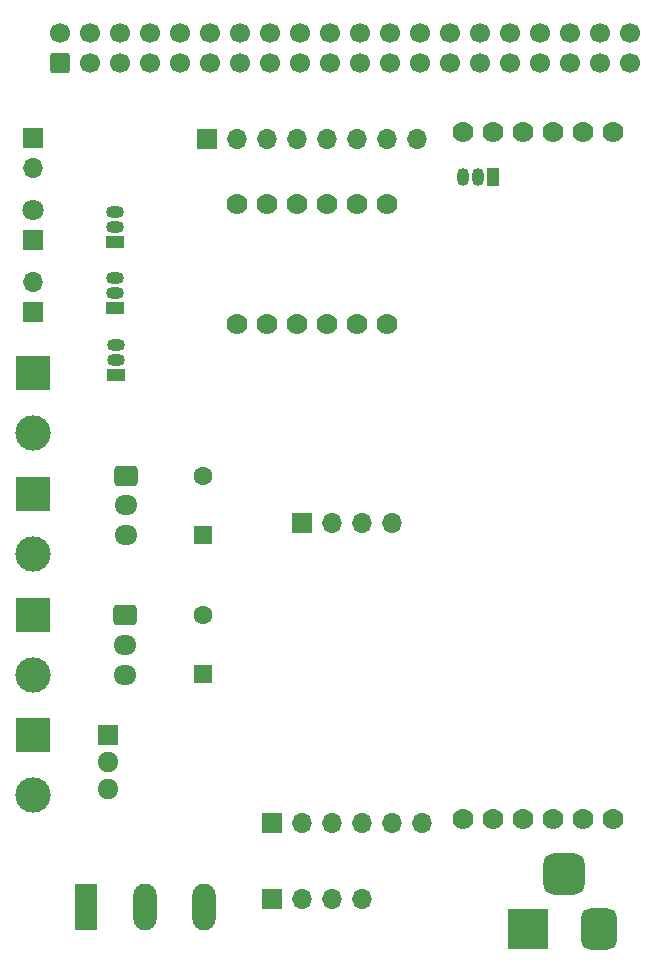
<source format=gbs>
G04 #@! TF.GenerationSoftware,KiCad,Pcbnew,(6.0.9)*
G04 #@! TF.CreationDate,2022-11-30T22:13:12-05:00*
G04 #@! TF.ProjectId,Roboshot,526f626f-7368-46f7-942e-6b696361645f,rev?*
G04 #@! TF.SameCoordinates,Original*
G04 #@! TF.FileFunction,Soldermask,Bot*
G04 #@! TF.FilePolarity,Negative*
%FSLAX46Y46*%
G04 Gerber Fmt 4.6, Leading zero omitted, Abs format (unit mm)*
G04 Created by KiCad (PCBNEW (6.0.9)) date 2022-11-30 22:13:12*
%MOMM*%
%LPD*%
G01*
G04 APERTURE LIST*
G04 Aperture macros list*
%AMRoundRect*
0 Rectangle with rounded corners*
0 $1 Rounding radius*
0 $2 $3 $4 $5 $6 $7 $8 $9 X,Y pos of 4 corners*
0 Add a 4 corners polygon primitive as box body*
4,1,4,$2,$3,$4,$5,$6,$7,$8,$9,$2,$3,0*
0 Add four circle primitives for the rounded corners*
1,1,$1+$1,$2,$3*
1,1,$1+$1,$4,$5*
1,1,$1+$1,$6,$7*
1,1,$1+$1,$8,$9*
0 Add four rect primitives between the rounded corners*
20,1,$1+$1,$2,$3,$4,$5,0*
20,1,$1+$1,$4,$5,$6,$7,0*
20,1,$1+$1,$6,$7,$8,$9,0*
20,1,$1+$1,$8,$9,$2,$3,0*%
G04 Aperture macros list end*
%ADD10R,3.000000X3.000000*%
%ADD11C,3.000000*%
%ADD12O,1.700000X1.700000*%
%ADD13R,1.700000X1.700000*%
%ADD14R,1.980000X3.960000*%
%ADD15O,1.980000X3.960000*%
%ADD16R,1.500000X1.050000*%
%ADD17O,1.500000X1.050000*%
%ADD18C,1.778000*%
%ADD19R,1.800000X1.714500*%
%ADD20O,1.800000X1.714500*%
%ADD21R,1.800000X1.800000*%
%ADD22C,1.800000*%
%ADD23R,1.600000X1.600000*%
%ADD24C,1.600000*%
%ADD25RoundRect,0.250000X0.600000X-0.600000X0.600000X0.600000X-0.600000X0.600000X-0.600000X-0.600000X0*%
%ADD26C,1.700000*%
%ADD27R,3.500000X3.500000*%
%ADD28RoundRect,0.750000X0.750000X1.000000X-0.750000X1.000000X-0.750000X-1.000000X0.750000X-1.000000X0*%
%ADD29RoundRect,0.875000X0.875000X0.875000X-0.875000X0.875000X-0.875000X-0.875000X0.875000X-0.875000X0*%
%ADD30RoundRect,0.250000X-0.725000X0.600000X-0.725000X-0.600000X0.725000X-0.600000X0.725000X0.600000X0*%
%ADD31O,1.950000X1.700000*%
%ADD32R,1.050000X1.500000*%
%ADD33O,1.050000X1.500000*%
G04 APERTURE END LIST*
D10*
X81076800Y-165228900D03*
D11*
X81076800Y-170308900D03*
D10*
X81076800Y-134620000D03*
D11*
X81076800Y-139700000D03*
D12*
X108864400Y-172696500D03*
X106324400Y-172696500D03*
X113944400Y-172696500D03*
X111404400Y-172696500D03*
X106324400Y-147296500D03*
D13*
X101244400Y-172696500D03*
D12*
X103784400Y-172696500D03*
D13*
X103784400Y-147296500D03*
D12*
X108864400Y-147296500D03*
X111404400Y-147296500D03*
D14*
X85496400Y-179832000D03*
D15*
X90496400Y-179832000D03*
X95496400Y-179832000D03*
D16*
X88037000Y-134748900D03*
D17*
X88037000Y-133478900D03*
X88037000Y-132208900D03*
D10*
X81076800Y-155041600D03*
D11*
X81076800Y-160121600D03*
D18*
X130149600Y-114225700D03*
X130149600Y-172391700D03*
X127609600Y-114225700D03*
X127609600Y-172391700D03*
X125069600Y-114225700D03*
X125069600Y-172391700D03*
X122529600Y-114225700D03*
X122529600Y-172391700D03*
X117449600Y-114225700D03*
X117449600Y-172391700D03*
X119989600Y-114225700D03*
X119989600Y-172391700D03*
D19*
X87425600Y-165247700D03*
D20*
X87425600Y-167533700D03*
X87425600Y-169819700D03*
D21*
X81076800Y-123291600D03*
D22*
X81076800Y-120751600D03*
D16*
X88032600Y-129059300D03*
D17*
X88032600Y-127789300D03*
X88032600Y-126519300D03*
D23*
X95402400Y-148300251D03*
D24*
X95402400Y-143300251D03*
D13*
X101244400Y-179148100D03*
D12*
X103784400Y-179148100D03*
X106324400Y-179148100D03*
X108864400Y-179148100D03*
D25*
X83362800Y-108332900D03*
D26*
X83362800Y-105792900D03*
X85902800Y-108332900D03*
X85902800Y-105792900D03*
X88442800Y-108332900D03*
X88442800Y-105792900D03*
X90982800Y-108332900D03*
X90982800Y-105792900D03*
X93522800Y-108332900D03*
X93522800Y-105792900D03*
X96062800Y-108332900D03*
X96062800Y-105792900D03*
X98602800Y-108332900D03*
X98602800Y-105792900D03*
X101142800Y-108332900D03*
X101142800Y-105792900D03*
X103682800Y-108332900D03*
X103682800Y-105792900D03*
X106222800Y-108332900D03*
X106222800Y-105792900D03*
X108762800Y-108332900D03*
X108762800Y-105792900D03*
X111302800Y-108332900D03*
X111302800Y-105792900D03*
X113842800Y-108332900D03*
X113842800Y-105792900D03*
X116382800Y-108332900D03*
X116382800Y-105792900D03*
X118922800Y-108332900D03*
X118922800Y-105792900D03*
X121462800Y-108332900D03*
X121462800Y-105792900D03*
X124002800Y-108332900D03*
X124002800Y-105792900D03*
X126542800Y-108332900D03*
X126542800Y-105792900D03*
X129082800Y-108332900D03*
X129082800Y-105792900D03*
X131622800Y-108332900D03*
X131622800Y-105792900D03*
D16*
X88032600Y-123471300D03*
D17*
X88032600Y-122201300D03*
X88032600Y-120931300D03*
D27*
X122981200Y-181680400D03*
D28*
X128981200Y-181680400D03*
D29*
X125981200Y-176980400D03*
D13*
X95758000Y-114784500D03*
D12*
X98298000Y-114784500D03*
X100838000Y-114784500D03*
X103378000Y-114784500D03*
X105918000Y-114784500D03*
X108458000Y-114784500D03*
X110998000Y-114784500D03*
X113538000Y-114784500D03*
D10*
X81076800Y-144830800D03*
D11*
X81076800Y-149910800D03*
D30*
X88849200Y-155121600D03*
D31*
X88849200Y-157621600D03*
X88849200Y-160121600D03*
D32*
X119989600Y-117957600D03*
D33*
X118719600Y-117957600D03*
X117449600Y-117957600D03*
D13*
X81076800Y-129387600D03*
D12*
X81076800Y-126847600D03*
D18*
X103416100Y-130412800D03*
X103416100Y-120252800D03*
X105956100Y-130412800D03*
X111036100Y-130412800D03*
X108496100Y-130412800D03*
X100876100Y-130412800D03*
X98336100Y-130412800D03*
X105956100Y-120252800D03*
X111036100Y-120252800D03*
X108496100Y-120252800D03*
X100876100Y-120252800D03*
X98336100Y-120252800D03*
D13*
X81076800Y-114677900D03*
D12*
X81076800Y-117217900D03*
D30*
X88900000Y-143306800D03*
D31*
X88900000Y-145806800D03*
X88900000Y-148306800D03*
D23*
X95402400Y-160085851D03*
D24*
X95402400Y-155085851D03*
M02*

</source>
